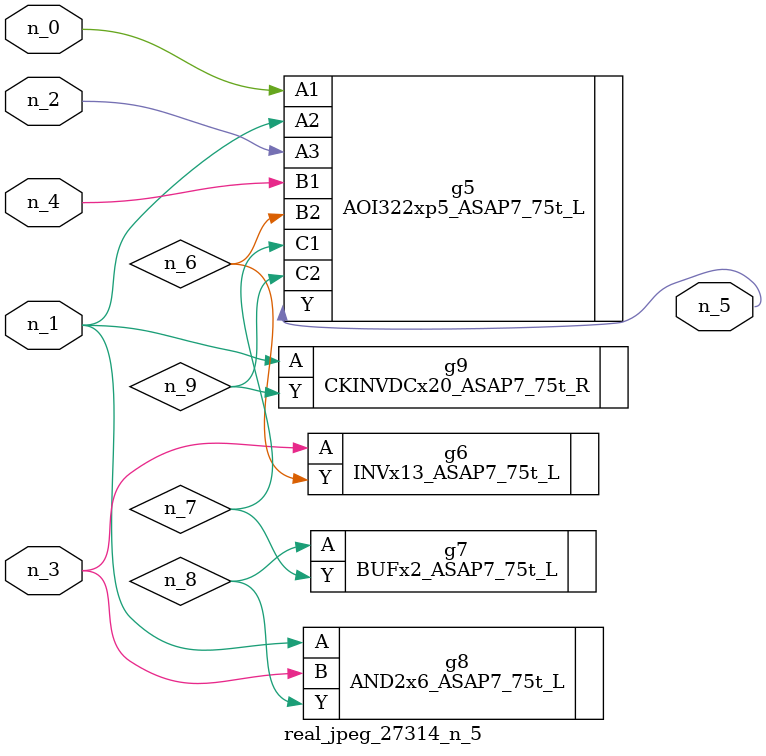
<source format=v>
module real_jpeg_27314_n_5 (n_4, n_0, n_1, n_2, n_3, n_5);

input n_4;
input n_0;
input n_1;
input n_2;
input n_3;

output n_5;

wire n_8;
wire n_6;
wire n_7;
wire n_9;

AOI322xp5_ASAP7_75t_L g5 ( 
.A1(n_0),
.A2(n_1),
.A3(n_2),
.B1(n_4),
.B2(n_6),
.C1(n_7),
.C2(n_9),
.Y(n_5)
);

AND2x6_ASAP7_75t_L g8 ( 
.A(n_1),
.B(n_3),
.Y(n_8)
);

CKINVDCx20_ASAP7_75t_R g9 ( 
.A(n_1),
.Y(n_9)
);

INVx13_ASAP7_75t_L g6 ( 
.A(n_3),
.Y(n_6)
);

BUFx2_ASAP7_75t_L g7 ( 
.A(n_8),
.Y(n_7)
);


endmodule
</source>
